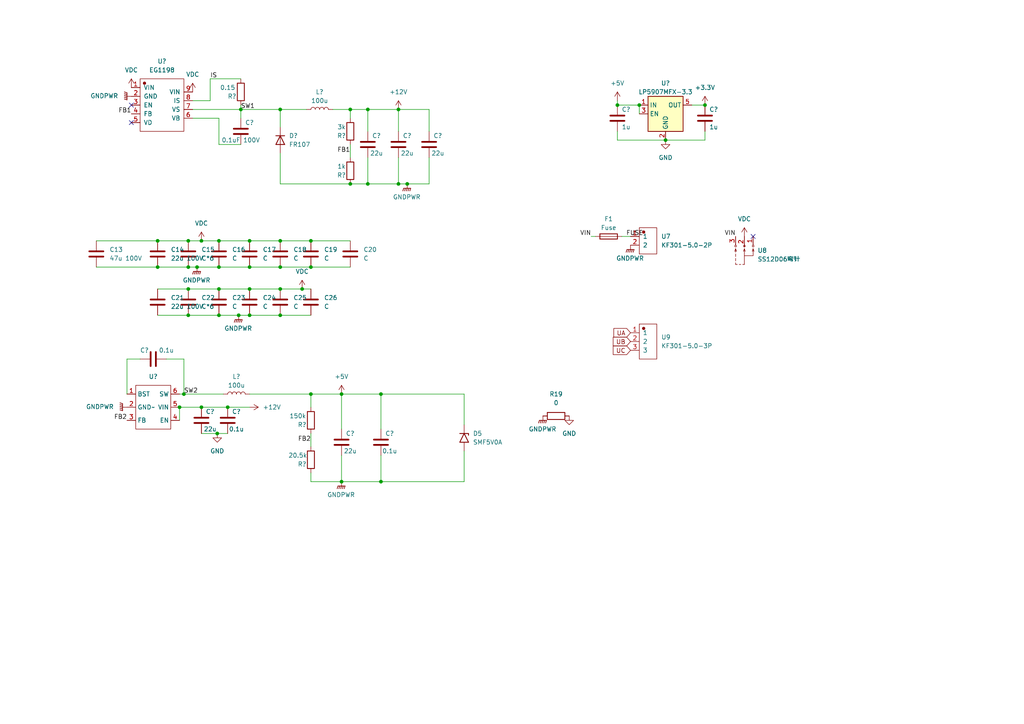
<source format=kicad_sch>
(kicad_sch (version 20230121) (generator eeschema)
  (paper "A4")
  (lib_symbols
    (symbol "Connector:KF301-5.0-2P" (pin_names (offset 1.016))
      (property "Reference" "U" (at 0 6.5024 0))
      (property "Value" "KF301-5.0-2P" (at 0 11.5824 0))
      (symbol "KF301-5.0-2P_1_1"
        (rectangle (start -2.54 3.81) (end 2.54 -3.81) (stroke (width 0.1524)))
        (circle (center -1.27 2.54) (radius 0.381) (stroke (width 0.1524)) (fill (type outline)))
        (pin input line (at -5.08 1.27 0) (length 2.54) (name "1") (number "1"))
        (pin input line (at -5.08 -1.27 0) (length 2.54) (name "2") (number "2"))
      )
    )
    (symbol "Connector:KF301-5.0-3P" (pin_names (offset 1.016))
      (property "Reference" "U" (at 0 7.747 0))
      (property "Value" "KF301-5.0-3P" (at 0 12.827 0))
      (symbol "KF301-5.0-3P_1_1"
        (rectangle (start -2.54 5.08) (end 2.54 -5.08) (stroke (width 0.1524)))
        (circle (center -1.27 3.81) (radius 0.381) (stroke (width 0.1524)) (fill (type outline)))
        (pin input line (at -5.08 2.54 0) (length 2.54) (name "1") (number "1"))
        (pin input line (at -5.08 0 0) (length 2.54) (name "2") (number "2"))
        (pin input line (at -5.08 -2.54 0) (length 2.54) (name "3") (number "3"))
      )
    )
    (symbol "Converter_DCDC:EG1198" (pin_names (offset 1.016))
      (property "Reference" "U" (at 0 10.16 0))
      (property "Value" "EG1198" (at 0 15.24 0))
      (symbol "EG1198_1_1"
        (rectangle (start -6.35 7.62) (end 6.35 -7.62) (stroke (width 0.1524)))
        (circle (center -5.08 6.35) (radius 0.381) (stroke (width 0.1524)) (fill (type outline)))
        (pin input line (at -8.89 5.08 0) (length 2.54) (name "VIN") (number "1"))
        (pin input line (at -8.89 2.54 0) (length 2.54) (name "GND") (number "2"))
        (pin input line (at -8.89 0 0) (length 2.54) (name "EN") (number "3"))
        (pin input line (at -8.89 -2.54 0) (length 2.54) (name "FB") (number "4"))
        (pin input line (at -8.89 -5.08 0) (length 2.54) (name "VD") (number "5"))
        (pin input line (at 8.89 -3.81 180) (length 2.54) (name "VB") (number "6"))
        (pin input line (at 8.89 -1.27 180) (length 2.54) (name "VS") (number "7"))
        (pin input line (at 8.89 1.27 180) (length 2.54) (name "IS") (number "8"))
        (pin input line (at 8.89 3.81 180) (length 2.54) (name "VIN") (number "9"))
      )
    )
    (symbol "Converter_DCDC:LN3492"
      (property "Reference" "U" (at -6.35 8.89 0))
      (symbol "LN3492_0_1"
        (rectangle (start -5.08 6.35) (end 5.08 -6.35))
      )
      (symbol "LN3492_1_1"
        (pin input line (at -7.62 3.81 0) (length 2.54) (name "BST") (number "1"))
        (pin power_in line (at -7.62 0 0) (length 2.54) (name "GND") (number "2"))
        (pin input line (at -7.62 -3.81 0) (length 2.54) (name "FB") (number "3"))
        (pin input line (at 7.62 -3.81 180) (length 2.54) (name "EN") (number "4"))
        (pin power_out line (at 7.62 0 180) (length 2.54) (name "VIN") (number "5"))
        (pin power_out line (at 7.62 3.81 180) (length 2.54) (name "SW") (number "6"))
      )
    )
    (symbol "Device:C" (pin_numbers hide) (pin_names (offset 0.254))
      (property "Reference" "C" (at 0.635 2.54 0))
      (property "Value" "C" (at 0.635 -2.54 0))
      (symbol "C_0_1"
        (polyline (pts (xy -2.032 -0.762) (xy 2.032 -0.762)) (stroke (width 0.508)))
        (polyline (pts (xy -2.032 0.762) (xy 2.032 0.762)) (stroke (width 0.508)))
      )
      (symbol "C_1_1"
        (pin passive line (at 0 3.81 270) (length 2.794) (name "~") (number "1"))
        (pin passive line (at 0 -3.81 90) (length 2.794) (name "~") (number "2"))
      )
    )
    (symbol "Device:D" (pin_numbers hide) (pin_names (offset 1.016) hide)
      (property "Reference" "D" (at 0 2.54 0))
      (property "Value" "D" (at 0 -2.54 0))
      (symbol "D_0_1"
        (polyline (pts (xy -1.27 1.27) (xy -1.27 -1.27)) (stroke (width 0.254)))
        (polyline (pts (xy 1.27 0) (xy -1.27 0)))
        (polyline (pts (xy 1.27 1.27) (xy 1.27 -1.27) (xy -1.27 0) (xy 1.27 1.27)) (stroke (width 0.254)))
      )
      (symbol "D_1_1"
        (pin passive line (at -3.81 0 0) (length 2.54) (name "K") (number "1"))
        (pin passive line (at 3.81 0 180) (length 2.54) (name "A") (number "2"))
      )
    )
    (symbol "Device:Fuse" (pin_numbers hide) (pin_names (offset 0))
      (property "Reference" "F" (at 2.032 0 90))
      (property "Value" "Fuse" (at -1.905 0 90))
      (symbol "Fuse_0_1"
        (rectangle (start -0.762 -2.54) (end 0.762 2.54) (stroke (width 0.254)))
        (polyline (pts (xy 0 2.54) (xy 0 -2.54)))
      )
      (symbol "Fuse_1_1"
        (pin passive line (at 0 3.81 270) (length 1.27) (name "~") (number "1"))
        (pin passive line (at 0 -3.81 90) (length 1.27) (name "~") (number "2"))
      )
    )
    (symbol "Device:L" (pin_numbers hide) (pin_names (offset 1.016) hide)
      (property "Reference" "L" (at -1.27 0 90))
      (property "Value" "L" (at 1.905 0 90))
      (symbol "L_0_1"
        (arc (start 0 -2.54) (mid 0.6323 -1.905) (end 0 -1.27))
        (arc (start 0 -1.27) (mid 0.6323 -0.635) (end 0 0))
        (arc (start 0 0) (mid 0.6323 0.635) (end 0 1.27))
        (arc (start 0 1.27) (mid 0.6323 1.905) (end 0 2.54))
      )
      (symbol "L_1_1"
        (pin passive line (at 0 3.81 270) (length 1.27) (name "1") (number "1"))
        (pin passive line (at 0 -3.81 90) (length 1.27) (name "2") (number "2"))
      )
    )
    (symbol "Device:R" (pin_numbers hide) (pin_names (offset 0))
      (property "Reference" "R" (at 2.032 0 90))
      (property "Value" "R" (at 0 0 90))
      (symbol "R_0_1"
        (rectangle (start -1.016 -2.54) (end 1.016 2.54) (stroke (width 0.254)))
      )
      (symbol "R_1_1"
        (pin passive line (at 0 3.81 270) (length 1.27) (name "~") (number "1"))
        (pin passive line (at 0 -3.81 90) (length 1.27) (name "~") (number "2"))
      )
    )
    (symbol "Diode:SMF5V0A" (pin_numbers hide) (pin_names (offset 1.016) hide)
      (property "Reference" "D" (at 0 2.54 0))
      (property "Value" "SMF5V0A" (at 0 -2.54 0))
      (symbol "SMF5V0A_0_1"
        (polyline (pts (xy -0.762 1.27) (xy -1.27 1.27) (xy -1.27 -1.27)) (stroke (width 0.254)))
        (polyline (pts (xy 1.27 1.27) (xy 1.27 -1.27) (xy -1.27 0) (xy 1.27 1.27)) (stroke (width 0.254)))
      )
      (symbol "SMF5V0A_1_1"
        (pin passive line (at -3.81 0 0) (length 2.54) (name "A1") (number "1"))
        (pin passive line (at 3.81 0 180) (length 2.54) (name "A2") (number "2"))
      )
    )
    (symbol "Regulator_Linear:LP5907MFX-3.3"
      (property "Reference" "U" (at -3.81 6.35 0))
      (property "Value" "LP5907MFX-3.3" (at 6.35 6.35 0))
      (symbol "LP5907MFX-3.3_0_1"
        (rectangle (start -5.08 -5.08) (end 5.08 5.08) (stroke (width 0.254)) (fill (type background)))
        (pin power_in line (at -7.62 2.54 0) (length 2.54) (name "IN") (number "1"))
        (pin power_in line (at 0 -7.62 90) (length 2.54) (name "GND") (number "2"))
        (pin input line (at -7.62 0 0) (length 2.54) (name "EN") (number "3"))
        (pin no_connect line (at 5.08 0 180) (length 2.54) hide (name "NC") (number "4"))
        (pin power_out line (at 7.62 2.54 180) (length 2.54) (name "OUT") (number "5"))
      )
    )
    (symbol "Switch:SS12D06弯针" (pin_names (offset 1.016) hide)
      (property "Reference" "U" (at 0 7.747 0))
      (property "Value" "SS12D06弯针" (at 0 12.827 0))
      (symbol "SS12D06弯针_1_1"
        (circle (center -0.254 -2.54) (radius 0.254) (stroke (width 0.1524)))
        (circle (center -0.254 0) (radius 0.254) (stroke (width 0.1524)))
        (circle (center -0.254 2.54) (radius 0.254) (stroke (width 0.1524)))
        (polyline (pts (xy -5.588 0) (xy -5.588 0.508)) (stroke (width 0.1524)))
        (polyline (pts (xy -5.588 1.016) (xy -5.588 1.524)) (stroke (width 0.1524)))
        (polyline (pts (xy -5.588 2.032) (xy -5.588 2.54)) (stroke (width 0.1524)))
        (polyline (pts (xy -5.588 2.54) (xy -5.08 2.54)) (stroke (width 0.1524)))
        (polyline (pts (xy -4.572 2.54) (xy -3.81 2.54)) (stroke (width 0.1524)))
        (polyline (pts (xy -3.302 2.54) (xy -2.54 2.54)) (stroke (width 0.1524)))
        (polyline (pts (xy -3.048 0) (xy -5.588 0)) (stroke (width 0.1524)))
        (polyline (pts (xy -2.032 2.54) (xy -1.27 2.54)) (stroke (width 0.1524)))
        (polyline (pts (xy -1.27 2.54) (xy -1.016 2.54)) (stroke (width 0.1524)))
        (polyline (pts (xy -1.016 -2.54) (xy -1.778 -2.794)) (stroke (width 0.1524)))
        (polyline (pts (xy -1.016 -2.54) (xy -1.778 -2.286)) (stroke (width 0.1524)))
        (polyline (pts (xy -1.016 0) (xy -1.778 -0.254)) (stroke (width 0.1524)))
        (polyline (pts (xy -1.016 0) (xy -1.778 0.254)) (stroke (width 0.1524)))
        (polyline (pts (xy -1.016 2.54) (xy -1.778 2.286)) (stroke (width 0.1524)))
        (polyline (pts (xy -1.016 2.54) (xy -1.778 2.794)) (stroke (width 0.1524)))
        (polyline (pts (xy -1.016 -2.54) (xy -3.048 -2.54) (xy -3.048 0) (xy -1.016 0)) (stroke (width 0.1524)))
        (pin input line (at 2.54 -2.54 180) (length 2.54) (name "1") (number "1"))
        (pin input line (at 2.54 0 180) (length 3.048) (name "2") (number "2"))
        (pin input line (at 2.54 2.54 180) (length 2.54) (name "3") (number "3"))
      )
    )
    (symbol "power:+12V" (power) (pin_names (offset 0))
      (property "Value" "+12V" (at 0 3.556 0))
      (symbol "+12V_0_1"
        (polyline (pts (xy -0.762 1.27) (xy 0 2.54)))
        (polyline (pts (xy 0 0) (xy 0 2.54)))
        (polyline (pts (xy 0 2.54) (xy 0.762 1.27)))
      )
      (symbol "+12V_1_1"
        (pin power_in line (at 0 0 90) (length 0) hide (name "+12V") (number "1"))
      )
    )
    (symbol "power:+3.3V" (power) (pin_names (offset 0))
      (property "Value" "+3.3V" (at 0 3.556 0))
      (symbol "+3.3V_0_1"
        (polyline (pts (xy -0.762 1.27) (xy 0 2.54)))
        (polyline (pts (xy 0 0) (xy 0 2.54)))
        (polyline (pts (xy 0 2.54) (xy 0.762 1.27)))
      )
      (symbol "+3.3V_1_1"
        (pin power_in line (at 0 0 90) (length 0) hide (name "+3.3V") (number "1"))
      )
    )
    (symbol "power:+5V" (power) (pin_names (offset 0))
      (property "Value" "+5V" (at 0 3.556 0))
      (symbol "+5V_0_1"
        (polyline (pts (xy -0.762 1.27) (xy 0 2.54)))
        (polyline (pts (xy 0 0) (xy 0 2.54)))
        (polyline (pts (xy 0 2.54) (xy 0.762 1.27)))
      )
      (symbol "+5V_1_1"
        (pin power_in line (at 0 0 90) (length 0) hide (name "+5V") (number "1"))
      )
    )
    (symbol "power:GND" (power) (pin_names (offset 0))
      (property "Value" "GND" (at 0 -3.81 0))
      (symbol "GND_0_1"
        (polyline (pts (xy 0 0) (xy 0 -1.27) (xy 1.27 -1.27) (xy 0 -2.54) (xy -1.27 -1.27) (xy 0 -1.27)))
      )
      (symbol "GND_1_1"
        (pin power_in line (at 0 0 270) (length 0) hide (name "GND") (number "1"))
      )
    )
    (symbol "power:GNDPWR" (power) (pin_names (offset 0))
      (property "Value" "GNDPWR" (at 0 -3.302 0))
      (symbol "GNDPWR_0_1"
        (polyline (pts (xy 0 -1.27) (xy 0 0)))
        (polyline (pts (xy -1.016 -1.27) (xy -1.27 -2.032) (xy -1.27 -2.032)) (stroke (width 0.2032)))
        (polyline (pts (xy -0.508 -1.27) (xy -0.762 -2.032) (xy -0.762 -2.032)) (stroke (width 0.2032)))
        (polyline (pts (xy 0 -1.27) (xy -0.254 -2.032) (xy -0.254 -2.032)) (stroke (width 0.2032)))
        (polyline (pts (xy 0.508 -1.27) (xy 0.254 -2.032) (xy 0.254 -2.032)) (stroke (width 0.2032)))
        (polyline (pts (xy 1.016 -1.27) (xy -1.016 -1.27) (xy -1.016 -1.27)) (stroke (width 0.2032)))
        (polyline (pts (xy 1.016 -1.27) (xy 0.762 -2.032) (xy 0.762 -2.032) (xy 0.762 -2.032)) (stroke (width 0.2032)))
      )
      (symbol "GNDPWR_1_1"
        (pin power_in line (at 0 0 270) (length 0) hide (name "GNDPWR") (number "1"))
      )
    )
    (symbol "power:VDC" (power) (pin_names (offset 0))
      (property "Value" "VDC" (at 0 6.35 0))
      (symbol "VDC_0_1"
        (polyline (pts (xy -0.762 1.27) (xy 0 2.54)))
        (polyline (pts (xy 0 0) (xy 0 2.54)))
        (polyline (pts (xy 0 2.54) (xy 0.762 1.27)))
      )
      (symbol "VDC_1_1"
        (pin power_in line (at 0 0 90) (length 0) hide (name "VDC") (number "1"))
      )
    )
  )
  (junction (at 81.28 83.82))
  (junction (at 81.28 77.47))
  (junction (at 45.72 69.85))
  (junction (at 118.11 53.34))
  (junction (at 69.2258 91.44))
  (junction (at 63.5 69.85))
  (junction (at 57.15 77.47))
  (junction (at 54.61 83.82))
  (junction (at 69.85 31.75))
  (junction (at 101.6 31.75))
  (junction (at 63.5 91.44))
  (junction (at 81.28 69.85))
  (junction (at 58.42 118.11))
  (junction (at 54.61 69.85))
  (junction (at 193.04 40.64))
  (junction (at 52.07 118.11))
  (junction (at 185.42 30.48))
  (junction (at 72.39 91.44))
  (junction (at 204.47 30.48))
  (junction (at 99.06 139.7))
  (junction (at 66.04 118.11))
  (junction (at 106.68 31.75))
  (junction (at 54.61 91.44))
  (junction (at 90.17 77.47))
  (junction (at 115.57 53.34))
  (junction (at 72.39 77.47))
  (junction (at 81.28 91.44))
  (junction (at 115.57 31.75))
  (junction (at 63.0132 125.73))
  (junction (at 63.5 77.47))
  (junction (at 179.07 30.48))
  (junction (at 72.39 69.85))
  (junction (at 45.72 77.47))
  (junction (at 99.06 114.3))
  (junction (at 90.17 114.3))
  (junction (at 87.63 83.82))
  (junction (at 110.49 139.7))
  (junction (at 110.49 114.3))
  (junction (at 54.61 77.47))
  (junction (at 63.5 83.82))
  (junction (at 101.6 53.34))
  (junction (at 90.17 69.85))
  (junction (at 72.39 83.82))
  (junction (at 53.34 114.3))
  (junction (at 81.28 31.75))
  (junction (at 106.68 53.34))
  (junction (at 58.42 69.85))
  (no_connect (at 38.1 35.56))
  (no_connect (at 218.44 68.58))
  (no_connect (at 38.1 30.48))
  (wire (pts (xy 179.07 29.21) (xy 179.07 30.48)))
  (wire (pts (xy 48.26 104.14) (xy 53.34 104.14)))
  (wire (pts (xy 179.07 40.64) (xy 193.04 40.64)))
  (wire (pts (xy 101.6 34.29) (xy 101.6 31.75)))
  (wire (pts (xy 101.6 31.75) (xy 96.52 31.75)))
  (wire (pts (xy 99.06 114.3) (xy 110.49 114.3)))
  (wire (pts (xy 99.06 132.08) (xy 99.06 139.7)))
  (wire (pts (xy 64.77 114.3) (xy 53.34 114.3)))
  (wire (pts (xy 58.42 69.85) (xy 63.5 69.85)))
  (wire (pts (xy 27.94 69.85) (xy 45.72 69.85)))
  (wire (pts (xy 36.83 114.3) (xy 36.83 104.14)))
  (wire (pts (xy 115.57 45.72) (xy 115.57 53.34)))
  (wire (pts (xy 81.28 77.47) (xy 90.17 77.47)))
  (wire (pts (xy 72.39 69.85) (xy 81.28 69.85)))
  (wire (pts (xy 115.57 38.1) (xy 115.57 31.75)))
  (wire (pts (xy 69.85 30.48) (xy 69.85 31.75)))
  (wire (pts (xy 81.28 69.85) (xy 90.17 69.85)))
  (wire (pts (xy 90.17 69.85) (xy 101.6 69.85)))
  (wire (pts (xy 110.49 139.7) (xy 134.62 139.7)))
  (wire (pts (xy 63.5 69.85) (xy 72.39 69.85)))
  (wire (pts (xy 72.39 83.82) (xy 81.28 83.82)))
  (wire (pts (xy 124.46 53.34) (xy 118.11 53.34)))
  (wire (pts (xy 106.68 31.75) (xy 106.68 38.1)))
  (wire (pts (xy 179.07 30.48) (xy 185.42 30.48)))
  (wire (pts (xy 185.42 30.48) (xy 185.42 33.02)))
  (wire (pts (xy 124.46 38.1) (xy 124.46 31.75)))
  (wire (pts (xy 63.5 91.44) (xy 69.2258 91.44)))
  (wire (pts (xy 115.57 53.34) (xy 106.68 53.34)))
  (wire (pts (xy 81.28 31.75) (xy 81.28 36.83)))
  (wire (pts (xy 57.15 77.47) (xy 63.5 77.47)))
  (wire (pts (xy 55.88 29.21) (xy 60.96 29.21)))
  (wire (pts (xy 110.49 114.3) (xy 134.62 114.3)))
  (wire (pts (xy 27.94 77.47) (xy 45.72 77.47)))
  (wire (pts (xy 69.85 31.75) (xy 81.28 31.75)))
  (wire (pts (xy 55.88 31.75) (xy 69.85 31.75)))
  (wire (pts (xy 45.72 69.85) (xy 54.61 69.85)))
  (wire (pts (xy 172.72 68.58) (xy 171.45 68.58)))
  (wire (pts (xy 81.28 91.44) (xy 90.17 91.44)))
  (wire (pts (xy 63.5 34.29) (xy 55.88 34.29)))
  (wire (pts (xy 81.28 83.82) (xy 87.63 83.82)))
  (wire (pts (xy 54.61 77.47) (xy 57.15 77.47)))
  (wire (pts (xy 90.17 139.7) (xy 90.17 137.16)))
  (wire (pts (xy 81.28 31.75) (xy 88.9 31.75)))
  (wire (pts (xy 45.72 91.44) (xy 54.61 91.44)))
  (wire (pts (xy 110.49 124.46) (xy 110.49 114.3)))
  (wire (pts (xy 72.39 114.3) (xy 90.17 114.3)))
  (wire (pts (xy 106.68 31.75) (xy 101.6 31.75)))
  (wire (pts (xy 63.5 41.91) (xy 63.5 34.29)))
  (wire (pts (xy 72.39 77.47) (xy 81.28 77.47)))
  (wire (pts (xy 69.2258 91.44) (xy 72.39 91.44)))
  (wire (pts (xy 63.5 83.82) (xy 72.39 83.82)))
  (wire (pts (xy 134.62 130.81) (xy 134.62 139.7)))
  (wire (pts (xy 110.49 132.08) (xy 110.49 139.7)))
  (wire (pts (xy 72.39 91.44) (xy 81.28 91.44)))
  (wire (pts (xy 106.68 53.34) (xy 101.6 53.34)))
  (wire (pts (xy 53.34 104.14) (xy 53.34 114.3)))
  (wire (pts (xy 54.61 91.44) (xy 63.5 91.44)))
  (wire (pts (xy 66.04 118.11) (xy 72.39 118.11)))
  (wire (pts (xy 58.42 125.73) (xy 63.0132 125.73)))
  (wire (pts (xy 81.28 53.34) (xy 101.6 53.34)))
  (wire (pts (xy 134.62 123.19) (xy 134.62 114.3)))
  (wire (pts (xy 69.85 31.75) (xy 69.85 34.29)))
  (wire (pts (xy 90.17 77.47) (xy 101.6 77.47)))
  (wire (pts (xy 63.0132 125.73) (xy 66.04 125.73)))
  (wire (pts (xy 106.68 45.72) (xy 106.68 53.34)))
  (wire (pts (xy 200.66 30.48) (xy 204.47 30.48)))
  (wire (pts (xy 81.28 44.45) (xy 81.28 53.34)))
  (wire (pts (xy 115.57 31.75) (xy 106.68 31.75)))
  (wire (pts (xy 69.85 41.91) (xy 63.5 41.91)))
  (wire (pts (xy 36.83 104.14) (xy 40.64 104.14)))
  (wire (pts (xy 90.17 125.73) (xy 90.17 129.54)))
  (wire (pts (xy 45.72 83.82) (xy 54.61 83.82)))
  (wire (pts (xy 90.17 139.7) (xy 99.06 139.7)))
  (wire (pts (xy 124.46 45.72) (xy 124.46 53.34)))
  (wire (pts (xy 110.49 139.7) (xy 99.06 139.7)))
  (wire (pts (xy 180.34 68.58) (xy 182.88 68.58)))
  (wire (pts (xy 52.07 118.11) (xy 52.07 121.92)))
  (wire (pts (xy 204.47 40.64) (xy 204.47 38.1)))
  (wire (pts (xy 60.96 29.21) (xy 60.96 22.86)))
  (wire (pts (xy 54.61 83.82) (xy 63.5 83.82)))
  (wire (pts (xy 99.06 124.46) (xy 99.06 114.3)))
  (wire (pts (xy 52.07 118.11) (xy 58.42 118.11)))
  (wire (pts (xy 90.17 114.3) (xy 90.17 118.11)))
  (wire (pts (xy 124.46 31.75) (xy 115.57 31.75)))
  (wire (pts (xy 54.61 69.85) (xy 58.42 69.85)))
  (wire (pts (xy 60.96 22.86) (xy 69.85 22.86)))
  (wire (pts (xy 87.63 83.82) (xy 90.17 83.82)))
  (wire (pts (xy 193.04 40.64) (xy 204.47 40.64)))
  (wire (pts (xy 45.72 77.47) (xy 54.61 77.47)))
  (wire (pts (xy 53.34 114.3) (xy 52.07 114.3)))
  (wire (pts (xy 118.11 53.34) (xy 115.57 53.34)))
  (wire (pts (xy 63.5 77.47) (xy 72.39 77.47)))
  (wire (pts (xy 58.42 118.11) (xy 66.04 118.11)))
  (wire (pts (xy 101.6 41.91) (xy 101.6 45.72)))
  (wire (pts (xy 90.17 114.3) (xy 99.06 114.3)))
  (wire (pts (xy 179.07 38.1) (xy 179.07 40.64)))
  (label "SW1" (at 69.85 31.75 0))
  (label "FB1" (at 38.1 33.02 180))
  (label "FB1" (at 101.6 44.45 180))
  (label "VIN" (at 213.36 68.58 180))
  (label "FB2" (at 36.83 121.92 180))
  (label "FB2" (at 90.17 128.27 180))
  (label "FUSE" (at 181.61 68.58 0))
  (label "IS" (at 60.96 22.86 0))
  (label "SW2" (at 53.34 114.3 0))
  (label "VIN" (at 171.45 68.58 180))
  (global_label "UC" (shape input) (at 182.88 101.6 180) (property "Intersheetrefs" "${INTERSHEET_REFS}" (effects hide)))
  (global_label "UA" (shape input) (at 182.88 96.52 180) (property "Intersheetrefs" "${INTERSHEET_REFS}" (effects hide)))
  (global_label "UB" (shape input) (at 182.88 99.06 180) (property "Intersheetrefs" "${INTERSHEET_REFS}" (effects hide)))
  (symbol (lib_id "Switch:SS12D06弯针") (at 215.9 71.12 90) (unit 1)
    (property "Reference" "U8" (at 219.71 72.644 90) (effects (justify right)))
    (property "Value" "SS12D06弯针" (at 219.71 75.184 90) (effects (justify right)))
    (property "Footprint" "Button_Switch_THT:SW-TH_3P-SS12D06-1" (effects hide))
    (property "SuppliersPartNumber" "C9900027365" (effects hide))
    (property "uuid" "std:55b2ff2ca7394c09b886409a8916260c" (effects hide))
  )
  (symbol (lib_id "power:+5V") (at 99.06 114.3 0) (unit 1)
    (property "Reference" "#PWR010" (effects hide))
    (property "Value" "+5V" (at 99.06 109.22 0))
    (instances (project "Inverter" (path "" (reference "#PWR010") (unit 1)) (path "" (reference "#PWR034") (unit 1))))
  )
  (symbol (lib_id "power:GNDPWR") (at 69.2258 91.44 0) (unit 1)
    (property "Reference" "#PWR09" (effects hide))
    (property "Value" "GNDPWR" (at 69.0988 95.25 0))
    (instances (project "Inverter" (path "" (reference "#PWR09") (unit 1)) (path "" (reference "#PWR033") (unit 1))))
  )
  (symbol (lib_id "power:+3.3V") (at 204.47 30.48 0) (unit 1)
    (property "Reference" "#PWR031" (effects hide))
    (property "Value" "+3.3V" (at 204.47 25.4 0))
    (instances (project "Inverter" (path "" (reference "#PWR031") (unit 1)) (path "" (reference "#PWR024") (unit 1))))
  )
  (symbol (lib_id "Device:C") (at 45.72 87.63 0) (unit 1)
    (property "Reference" "C21" (at 49.53 86.36 0) (effects (justify left)))
    (property "Value" "22u 100V *6" (at 49.53 88.9 0) (effects (justify left)))
    (property "Footprint" "Capacitor_SMD:C_1206_3216Metric" (effects hide))
  )
  (symbol (lib_id "Device:C") (at 204.47 34.29 180) (unit 1)
    (property "Reference" "C?" (at 207.01 31.75 0))
    (property "Value" "1u" (at 207.01 36.83 0))
    (property "Footprint" "Capacitor_SMD:C_0603_1608Metric" (effects hide))
    (instances (project "Inverter" (path "" (reference "C?") (unit 1)) (path "" (reference "C7") (unit 1))))
  )
  (symbol (lib_id "power:GND") (at 165.1 120.65 0) (unit 1)
    (property "Reference" "#PWR030" (effects hide))
    (property "Value" "GND" (at 165.1 125.73 0))
    (instances (project "Inverter" (path "" (reference "#PWR030") (unit 1)) (path "" (reference "#PWR038") (unit 1))))
  )
  (symbol (lib_id "Device:R") (at 90.17 121.92 180) (unit 1)
    (property "Reference" "R?" (at 87.63 123.19 0))
    (property "Value" "150k" (at 86.36 120.65 0))
    (property "Footprint" "Resistor_SMD:R_0603_1608Metric" (effects hide))
    (instances (project "Inverter" (path "" (reference "R?") (unit 1)) (path "" (reference "R20") (unit 1))))
  )
  (symbol (lib_id "Device:C") (at 90.17 87.63 0) (unit 1)
    (property "Reference" "C26" (at 93.98 86.36 0) (effects (justify left)))
    (property "Value" "C" (at 93.98 88.9 0) (effects (justify left)))
    (property "Footprint" "Capacitor_SMD:C_1206_3216Metric" (effects hide))
  )
  (symbol (lib_id "power:+12V") (at 115.57 31.75 0) (unit 1)
    (property "Reference" "#PWR05" (effects hide))
    (property "Value" "+12V" (at 115.57 26.67 0))
    (instances (project "Inverter" (path "" (reference "#PWR05") (unit 1)) (path "" (reference "#PWR025") (unit 1))))
  )
  (symbol (lib_id "power:GNDPWR") (at 182.88 71.12 0) (unit 1)
    (property "Reference" "#PWR013" (effects hide))
    (property "Value" "GNDPWR" (at 182.753 74.93 0))
    (instances (project "Inverter" (path "" (reference "#PWR013") (unit 1)) (path "" (reference "#PWR030") (unit 1))))
  )
  (symbol (lib_id "power:VDC") (at 38.1 25.4 0) (unit 1)
    (property "Reference" "#PWR01" (effects hide))
    (property "Value" "VDC" (at 38.1 20.32 0))
    (instances (project "Inverter" (path "" (reference "#PWR01") (unit 1)) (path "" (reference "#PWR020") (unit 1))))
  )
  (symbol (lib_id "Converter_DCDC:LN3492") (at 44.45 118.11 0) (unit 1)
    (property "Reference" "U?" (at 44.45 109.22 0))
    (property "Value" "~" (at 44.45 118.11 0))
    (property "Footprint" "Package_TO_SOT_SMD:SOT-23-6" (effects hide))
    (instances (project "Inverter" (path "" (reference "U?") (unit 1)) (path "" (reference "U10") (unit 1))))
  )
  (symbol (lib_id "Device:C") (at 54.61 87.63 0) (unit 1)
    (property "Reference" "C22" (at 58.42 86.36 0) (effects (justify left)))
    (property "Value" "C" (at 58.42 88.9 0) (effects (justify left)))
    (property "Footprint" "Capacitor_SMD:C_1206_3216Metric" (effects hide))
  )
  (symbol (lib_id "Device:C") (at 90.17 73.66 0) (unit 1)
    (property "Reference" "C19" (at 93.98 72.39 0) (effects (justify left)))
    (property "Value" "C" (at 93.98 74.93 0) (effects (justify left)))
    (property "Footprint" "Capacitor_SMD:C_1206_3216Metric" (effects hide))
  )
  (symbol (lib_id "Device:C") (at 115.57 41.91 180) (unit 1)
    (property "Reference" "C?" (at 118.11 39.37 0))
    (property "Value" "22u" (at 118.11 44.45 0))
    (property "Footprint" "Capacitor_SMD:C_1206_3216Metric" (effects hide))
    (instances (project "Inverter" (path "" (reference "C?") (unit 1)) (path "" (reference "C10") (unit 1))))
  )
  (symbol (lib_id "Connector:KF301-5.0-2P") (at 187.96 69.85 0) (unit 1)
    (property "Reference" "U7" (at 191.77 68.58 0) (effects (justify left)))
    (property "Value" "KF301-5.0-2P" (at 191.77 71.12 0) (effects (justify left)))
    (property "Footprint" "Connector:CONN-TH_P5.00_KF301-5.0-2P" (effects hide))
    (property "Datasheet" "http://www.szlcsc.com/product/details_481499.html" (effects hide))
    (property "SuppliersPartNumber" "C474881" (effects hide))
    (property "uuid" "std:45ddbab4559a43c6bc95d2ca22fb25a0" (effects hide))
  )
  (symbol (lib_id "Device:R") (at 69.85 26.67 180) (unit 1)
    (property "Reference" "R?" (at 67.31 27.94 0))
    (property "Value" "0.15" (at 66.04 25.4 0))
    (property "Footprint" "Resistor_SMD:R_1206_3216Metric" (effects hide))
    (instances (project "Inverter" (path "" (reference "R?") (unit 1)) (path "" (reference "R16") (unit 1))))
  )
  (symbol (lib_id "power:+5V") (at 179.07 29.21 0) (unit 1)
    (property "Reference" "#PWR029" (effects hide))
    (property "Value" "+5V" (at 179.07 24.13 0))
    (instances (project "Inverter" (path "" (reference "#PWR029") (unit 1)) (path "" (reference "#PWR023") (unit 1))))
  )
  (symbol (lib_id "Device:C") (at 110.49 128.27 180) (unit 1)
    (property "Reference" "C?" (at 113.03 125.73 0))
    (property "Value" "0.1u" (at 113.03 130.81 0))
    (property "Footprint" "Capacitor_SMD:C_0603_1608Metric" (effects hide))
    (instances (project "Inverter" (path "" (reference "C?") (unit 1)) (path "" (reference "C31") (unit 1))))
  )
  (symbol (lib_id "power:GNDPWR") (at 57.15 77.47 0) (unit 1)
    (property "Reference" "#PWR09" (effects hide))
    (property "Value" "GNDPWR" (at 57.023 81.28 0))
    (instances (project "Inverter" (path "" (reference "#PWR09") (unit 1)) (path "" (reference "#PWR031") (unit 1))))
  )
  (symbol (lib_id "power:GNDPWR") (at 38.1 27.94 270) (unit 1)
    (property "Reference" "#PWR09" (effects hide))
    (property "Value" "GNDPWR" (at 34.29 27.813 90) (effects (justify right)))
    (instances (project "Inverter" (path "" (reference "#PWR09") (unit 1)) (path "" (reference "#PWR022") (unit 1))))
  )
  (symbol (lib_id "Device:L") (at 92.71 31.75 90) (unit 1)
    (property "Reference" "L?" (at 92.71 26.67 90))
    (property "Value" "100u" (at 92.71 29.21 90))
    (property "Footprint" "Inductor_SMD:L_Chilisin_BMRB00060650" (effects hide))
    (instances (project "Inverter" (path "" (reference "L?") (unit 1)) (path "" (reference "L1") (unit 1))))
  )
  (symbol (lib_id "power:VDC") (at 87.63 83.82 0) (unit 1)
    (property "Reference" "#PWR01" (effects hide))
    (property "Value" "VDC" (at 87.63 78.74 0))
    (instances (project "Inverter" (path "" (reference "#PWR01") (unit 1)) (path "" (reference "#PWR032") (unit 1))))
  )
  (symbol (lib_id "Device:C") (at 72.39 73.66 0) (unit 1)
    (property "Reference" "C17" (at 76.2 72.39 0) (effects (justify left)))
    (property "Value" "C" (at 76.2 74.93 0) (effects (justify left)))
    (property "Footprint" "Capacitor_SMD:C_1206_3216Metric" (effects hide))
  )
  (symbol (lib_id "Device:R") (at 101.6 38.1 180) (unit 1)
    (property "Reference" "R?" (at 99.06 39.37 0))
    (property "Value" "3k" (at 99.06 36.83 0))
    (property "Footprint" "Resistor_SMD:R_0603_1608Metric" (effects hide))
    (instances (project "Inverter" (path "" (reference "R?") (unit 1)) (path "" (reference "R17") (unit 1))))
  )
  (symbol (lib_id "power:VDC") (at 58.42 69.85 0) (unit 1)
    (property "Reference" "#PWR01" (effects hide))
    (property "Value" "VDC" (at 58.42 64.77 0))
    (instances (project "Inverter" (path "" (reference "#PWR01") (unit 1)) (path "" (reference "#PWR029") (unit 1))))
  )
  (symbol (lib_id "Device:R") (at 90.17 133.35 180) (unit 1)
    (property "Reference" "R?" (at 87.63 134.62 0))
    (property "Value" "20.5k" (at 86.36 132.08 0))
    (property "Footprint" "Resistor_SMD:R_0603_1608Metric" (effects hide))
    (instances (project "Inverter" (path "" (reference "R?") (unit 1)) (path "" (reference "R21") (unit 1))))
  )
  (symbol (lib_id "Device:R") (at 101.6 49.53 180) (unit 1)
    (property "Reference" "R?" (at 99.06 50.8 0))
    (property "Value" "1k" (at 99.06 48.26 0))
    (property "Footprint" "Resistor_SMD:R_0603_1608Metric" (effects hide))
    (instances (project "Inverter" (path "" (reference "R?") (unit 1)) (path "" (reference "R18") (unit 1))))
  )
  (symbol (lib_id "Device:C") (at 58.42 121.92 180) (unit 1)
    (property "Reference" "C?" (at 60.96 119.38 0))
    (property "Value" "22u" (at 60.96 124.46 0))
    (property "Footprint" "Capacitor_SMD:C_0603_1608Metric" (effects hide))
    (instances (project "Inverter" (path "" (reference "C?") (unit 1)) (path "" (reference "C28") (unit 1))))
  )
  (symbol (lib_id "power:GNDPWR") (at 36.83 118.11 270) (unit 1)
    (property "Reference" "#PWR02" (effects hide))
    (property "Value" "GNDPWR" (at 33.02 117.983 90) (effects (justify right)))
    (instances (project "Inverter" (path "" (reference "#PWR02") (unit 1)) (path "" (reference "#PWR035") (unit 1))))
  )
  (symbol (lib_id "Device:C") (at 27.94 73.66 0) (unit 1)
    (property "Reference" "C13" (at 31.75 72.39 0) (effects (justify left)))
    (property "Value" "47u 100V" (at 31.75 74.93 0) (effects (justify left)))
    (property "Footprint" "Capacitor_THT:CP_Radial_D10.0mm_P5.00mm" (effects hide))
  )
  (symbol (lib_id "power:+12V") (at 72.39 118.11 270) (unit 1)
    (property "Reference" "#PWR07" (effects hide))
    (property "Value" "+12V" (at 76.2 118.11 90) (effects (justify left)))
    (instances (project "Inverter" (path "" (reference "#PWR07") (unit 1)) (path "" (reference "#PWR036") (unit 1))))
  )
  (symbol (lib_id "Connector:KF301-5.0-3P") (at 187.96 99.06 0) (unit 1)
    (property "Reference" "U9" (at 191.77 97.79 0) (effects (justify left)))
    (property "Value" "KF301-5.0-3P" (at 191.77 100.33 0) (effects (justify left)))
    (property "Footprint" "Connector:CONN-TH_3P-P5.00_KF301-5.0-3P" (effects hide))
    (property "Datasheet" "http://www.szlcsc.com/product/details_481500.html" (effects hide))
    (property "SuppliersPartNumber" "C474882" (effects hide))
    (property "uuid" "std:89eaa88f34bd4d05899b1f517a427935" (effects hide))
  )
  (symbol (lib_id "Device:C") (at 81.28 87.63 0) (unit 1)
    (property "Reference" "C25" (at 85.09 86.36 0) (effects (justify left)))
    (property "Value" "C" (at 85.09 88.9 0) (effects (justify left)))
    (property "Footprint" "Capacitor_SMD:C_1206_3216Metric" (effects hide))
  )
  (symbol (lib_id "power:GNDPWR") (at 157.48 120.65 0) (unit 1)
    (property "Reference" "#PWR04" (effects hide))
    (property "Value" "GNDPWR" (at 157.353 124.46 0))
    (instances (project "Inverter" (path "" (reference "#PWR04") (unit 1)) (path "" (reference "#PWR037") (unit 1))))
  )
  (symbol (lib_id "Device:D") (at 81.28 40.64 270) (unit 1)
    (property "Reference" "D?" (at 83.82 39.37 90) (effects (justify left)))
    (property "Value" "FR107" (at 83.82 41.91 90) (effects (justify left)))
    (property "Footprint" "Diode_SMD:D_SOD-123F" (effects hide))
    (property "Sim.Device" "D" (effects hide))
    (property "Sim.Pins" "1=K 2=A" (effects hide))
    (instances (project "Inverter" (path "" (reference "D?") (unit 1)) (path "" (reference "D4") (unit 1))))
  )
  (symbol (lib_id "Device:C") (at 99.06 128.27 180) (unit 1)
    (property "Reference" "C?" (at 101.6 125.73 0))
    (property "Value" "22u" (at 101.6 130.81 0))
    (property "Footprint" "Capacitor_SMD:C_0603_1608Metric" (effects hide))
    (instances (project "Inverter" (path "" (reference "C?") (unit 1)) (path "" (reference "C30") (unit 1))))
  )
  (symbol (lib_id "Device:C") (at 66.04 121.92 180) (unit 1)
    (property "Reference" "C?" (at 68.58 119.38 0))
    (property "Value" "0.1u" (at 68.58 124.46 0))
    (property "Footprint" "Capacitor_SMD:C_0603_1608Metric" (effects hide))
    (instances (project "Inverter" (path "" (reference "C?") (unit 1)) (path "" (reference "C29") (unit 1))))
  )
  (symbol (lib_id "Diode:SMF5V0A") (at 134.62 127 270) (unit 1)
    (property "Reference" "D5" (at 137.16 125.73 90) (effects (justify left)))
    (property "Value" "SMF5V0A" (at 137.16 128.27 90) (effects (justify left)))
    (property "Footprint" "Diode_SMD:D_SMF" (effects hide))
    (property "Datasheet" "https://www.vishay.com/doc?85881" (effects hide))
  )
  (symbol (lib_id "Device:C") (at 72.39 87.63 0) (unit 1)
    (property "Reference" "C24" (at 76.2 86.36 0) (effects (justify left)))
    (property "Value" "C" (at 76.2 88.9 0) (effects (justify left)))
    (property "Footprint" "Capacitor_SMD:C_1206_3216Metric" (effects hide))
  )
  (symbol (lib_id "Device:C") (at 54.61 73.66 0) (unit 1)
    (property "Reference" "C15" (at 58.42 72.39 0) (effects (justify left)))
    (property "Value" "C" (at 58.42 74.93 0) (effects (justify left)))
    (property "Footprint" "Capacitor_SMD:C_1206_3216Metric" (effects hide))
  )
  (symbol (lib_id "Device:C") (at 101.6 73.66 0) (unit 1)
    (property "Reference" "C20" (at 105.41 72.39 0) (effects (justify left)))
    (property "Value" "C" (at 105.41 74.93 0) (effects (justify left)))
    (property "Footprint" "Capacitor_SMD:C_1206_3216Metric" (effects hide))
  )
  (symbol (lib_id "Device:L") (at 68.58 114.3 90) (unit 1)
    (property "Reference" "L?" (at 68.58 109.22 90))
    (property "Value" "100u" (at 68.58 111.76 90))
    (property "Footprint" "Inductor_SMD:IND-SMD_L4.0-W4.0_0.47UH04209.5A" (effects hide))
    (instances (project "Inverter" (path "" (reference "L?") (unit 1)) (path "" (reference "L2") (unit 1))))
  )
  (symbol (lib_id "Device:C") (at 69.85 38.1 180) (unit 1)
    (property "Reference" "C?" (at 72.39 35.56 0))
    (property "Value" "0.1uF 100V" (at 69.85 40.64 0))
    (property "Footprint" "Capacitor_SMD:C_1206_3216Metric" (effects hide))
    (instances (project "Inverter" (path "" (reference "C?") (unit 1)) (path "" (reference "C8") (unit 1))))
  )
  (symbol (lib_id "Device:C") (at 63.5 87.63 0) (unit 1)
    (property "Reference" "C23" (at 67.31 86.36 0) (effects (justify left)))
    (property "Value" "C" (at 67.31 88.9 0) (effects (justify left)))
    (property "Footprint" "Capacitor_SMD:C_1206_3216Metric" (effects hide))
  )
  (symbol (lib_id "Device:C") (at 63.5 73.66 0) (unit 1)
    (property "Reference" "C16" (at 67.31 72.39 0) (effects (justify left)))
    (property "Value" "C" (at 67.31 74.93 0) (effects (justify left)))
    (property "Footprint" "Capacitor_SMD:C_1206_3216Metric" (effects hide))
  )
  (symbol (lib_id "power:GND") (at 193.04 40.64 0) (unit 1)
    (property "Reference" "#PWR030" (effects hide))
    (property "Value" "GND" (at 193.04 45.72 0))
    (instances (project "Inverter" (path "" (reference "#PWR030") (unit 1)) (path "" (reference "#PWR026") (unit 1))))
  )
  (symbol (lib_id "power:GND") (at 63.0132 125.73 0) (unit 1)
    (property "Reference" "#PWR08" (effects hide))
    (property "Value" "GND" (at 63.0132 130.81 0))
    (instances (project "Inverter" (path "" (reference "#PWR08") (unit 1)) (path "" (reference "#PWR039") (unit 1))))
  )
  (symbol (lib_id "Device:C") (at 179.07 34.29 180) (unit 1)
    (property "Reference" "C?" (at 181.61 31.75 0))
    (property "Value" "1u" (at 181.61 36.83 0))
    (property "Footprint" "Capacitor_SMD:C_0603_1608Metric" (effects hide))
    (instances (project "Inverter" (path "" (reference "C?") (unit 1)) (path "" (reference "C6") (unit 1))))
  )
  (symbol (lib_id "Device:C") (at 124.46 41.91 180) (unit 1)
    (property "Reference" "C?" (at 127 39.37 0))
    (property "Value" "22u" (at 127 44.45 0))
    (property "Footprint" "Capacitor_SMD:C_1206_3216Metric" (effects hide))
    (instances (project "Inverter" (path "" (reference "C?") (unit 1)) (path "" (reference "C11") (unit 1))))
  )
  (symbol (lib_id "Device:R") (at 161.29 120.65 90) (unit 1)
    (property "Reference" "R19" (at 161.29 114.3 90))
    (property "Value" "0" (at 161.29 116.84 90))
    (property "Footprint" "Resistor_SMD:R_0603_1608Metric" (effects hide))
  )
  (symbol (lib_id "power:GNDPWR") (at 118.11 53.34 0) (unit 1)
    (property "Reference" "#PWR013" (effects hide))
    (property "Value" "GNDPWR" (at 117.983 57.15 0))
    (instances (project "Inverter" (path "" (reference "#PWR013") (unit 1)) (path "" (reference "#PWR027") (unit 1))))
  )
  (symbol (lib_id "power:VDC") (at 55.88 26.67 0) (unit 1)
    (property "Reference" "#PWR03" (effects hide))
    (property "Value" "VDC" (at 55.88 21.59 0))
    (instances (project "Inverter" (path "" (reference "#PWR03") (unit 1)) (path "" (reference "#PWR021") (unit 1))))
  )
  (symbol (lib_id "power:VDC") (at 215.9 68.58 0) (unit 1)
    (property "Reference" "#PWR01" (effects hide))
    (property "Value" "VDC" (at 215.9 63.5 0))
    (instances (project "Inverter" (path "" (reference "#PWR01") (unit 1)) (path "" (reference "#PWR028") (unit 1))))
  )
  (symbol (lib_id "Device:C") (at 106.68 41.91 180) (unit 1)
    (property "Reference" "C?" (at 109.22 39.37 0))
    (property "Value" "22u" (at 109.22 44.45 0))
    (property "Footprint" "Capacitor_SMD:C_1206_3216Metric" (effects hide))
    (instances (project "Inverter" (path "" (reference "C?") (unit 1)) (path "" (reference "C9") (unit 1))))
  )
  (symbol (lib_id "Device:C") (at 44.45 104.14 270) (unit 1)
    (property "Reference" "C?" (at 41.91 101.6 90))
    (property "Value" "0.1u" (at 48.26 101.6 90))
    (property "Footprint" "Capacitor_SMD:C_0603_1608Metric" (effects hide))
    (instances (project "Inverter" (path "" (reference "C?") (unit 1)) (path "" (reference "C27") (unit 1))))
  )
  (symbol (lib_id "Device:C") (at 81.28 73.66 0) (unit 1)
    (property "Reference" "C18" (at 85.09 72.39 0) (effects (justify left)))
    (property "Value" "C" (at 85.09 74.93 0) (effects (justify left)))
    (property "Footprint" "Capacitor_SMD:C_1206_3216Metric" (effects hide))
  )
  (symbol (lib_id "Device:C") (at 45.72 73.66 0) (unit 1)
    (property "Reference" "C14" (at 49.53 72.39 0) (effects (justify left)))
    (property "Value" "22u 100V *6" (at 49.53 74.93 0) (effects (justify left)))
    (property "Footprint" "Capacitor_SMD:C_1206_3216Metric" (effects hide))
  )
  (symbol (lib_id "power:GNDPWR") (at 99.06 139.7 0) (unit 1)
    (property "Reference" "#PWR04" (effects hide))
    (property "Value" "GNDPWR" (at 98.933 143.51 0))
    (instances (project "Inverter" (path "" (reference "#PWR04") (unit 1)) (path "" (reference "#PWR040") (unit 1))))
  )
  (symbol (lib_id "Device:Fuse") (at 176.53 68.58 90) (unit 1)
    (property "Reference" "F1" (at 176.53 63.5 90))
    (property "Value" "Fuse" (at 176.53 66.04 90))
    (property "Footprint" "Fuse:FUSE-SMD_L9.7-W5.0" (effects hide))
  )
  (symbol (lib_id "Regulator_Linear:LP5907MFX-3.3") (at 193.04 33.02 0) (unit 1)
    (property "Reference" "U?" (at 193.04 24.13 0))
    (property "Value" "LP5907MFX-3.3" (at 193.04 26.67 0))
    (property "Footprint" "Package_TO_SOT_SMD:SOT-23-5" (effects hide))
    (property "Datasheet" "http://www.ti.com/lit/ds/symlink/lp5907.pdf" (effects hide))
    (instances (project "Inverter" (path "" (reference "U?") (unit 1)) (path "" (reference "U6") (unit 1))))
  )
  (symbol (lib_id "Converter_DCDC:EG1198") (at 46.99 30.48 0) (unit 1)
    (property "Reference" "U?" (at 46.99 17.78 0))
    (property "Value" "EG1198" (at 46.99 20.32 0))
    (property "Footprint" "Package_SO:ESOP-8_L4.9-W3.9-P1.27-LS6.0-BL-EP-1" (effects hide))
    (property "SuppliersPartNumber" "C2929224" (effects hide))
    (property "uuid" "std:962d90a71f834b758f67128ac83f77eb" (effects hide))
    (instances (project "Inverter" (path "" (reference "U?") (unit 1)) (path "" (reference "U5") (unit 1))))
  )
)
</source>
